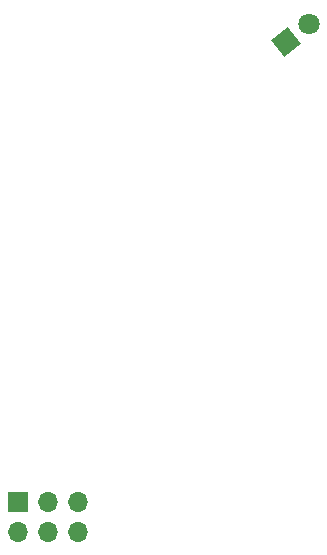
<source format=gts>
%TF.GenerationSoftware,KiCad,Pcbnew,(6.99.0-2452-gdb4f2d9dd8)*%
%TF.CreationDate,2022-07-19T12:38:45+04:00*%
%TF.ProjectId,HAS,4841532e-6b69-4636-9164-5f7063625858,rev?*%
%TF.SameCoordinates,Original*%
%TF.FileFunction,Soldermask,Top*%
%TF.FilePolarity,Negative*%
%FSLAX46Y46*%
G04 Gerber Fmt 4.6, Leading zero omitted, Abs format (unit mm)*
G04 Created by KiCad (PCBNEW (6.99.0-2452-gdb4f2d9dd8)) date 2022-07-19 12:38:45*
%MOMM*%
%LPD*%
G01*
G04 APERTURE LIST*
G04 Aperture macros list*
%AMRotRect*
0 Rectangle, with rotation*
0 The origin of the aperture is its center*
0 $1 length*
0 $2 width*
0 $3 Rotation angle, in degrees counterclockwise*
0 Add horizontal line*
21,1,$1,$2,0,0,$3*%
G04 Aperture macros list end*
%ADD10RotRect,1.800000X1.800000X39.000000*%
%ADD11C,1.800000*%
%ADD12R,1.700000X1.700000*%
%ADD13O,1.700000X1.700000*%
G04 APERTURE END LIST*
D10*
X180195934Y-85116326D03*
D11*
X182169886Y-83517853D03*
D12*
X157499999Y-123999999D03*
D13*
X157499999Y-126539999D03*
X160039999Y-123999999D03*
X160039999Y-126539999D03*
X162579999Y-123999999D03*
X162579999Y-126539999D03*
M02*

</source>
